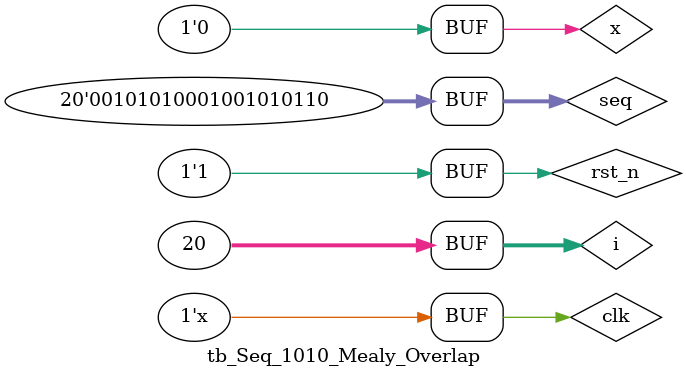
<source format=sv>
module sim;

    initial begin
        $dumpfile("dump.vcd");
        $dumpvars;
        #200
        $finish;
    end

endmodule

module tb_Seq_1010_Mealy_Overlap;

    reg x, rst_n, clk;
    reg [0:19] seq = 'b00101010001001010110;
    wire y;
    integer i;

    Seq_1010_Mealy_Overlap ins(.x(x), .rst_n(rst_n), .clk(clk), .y(y));

    always #4 clk = ~clk;

    initial begin
        clk = 1'b0;
        x = 1'b0;
        rst_n = 1'b1;
        #6
        rst_n = 1'b0;
        #2
        rst_n = 1'b1;

        for (i = 0; i < 20; i++)
            #8
            x = seq[i];
    end

endmodule

</source>
